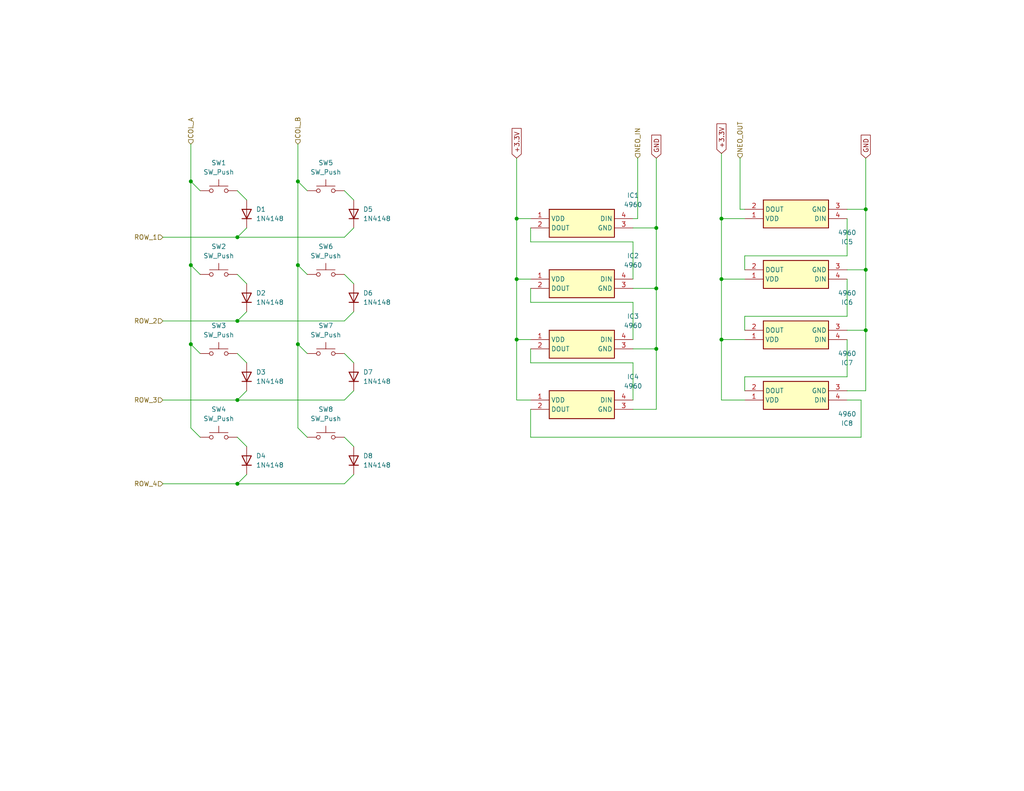
<source format=kicad_sch>
(kicad_sch (version 20250114) (generator "eeschema") (generator_version "9.0")
  (paper "A")
  (title_block (title "BUTTON MATRIX") (date "2026-02-15") (rev "-"))
  (lib_symbols
    (symbol "Diode:1N4148" (pin_numbers (hide yes)) (pin_names (hide yes))
      (property "Reference" "D" (at 0 2.54 0))
      (property "Value" "1N4148" (at 0 -2.54 0))
      (symbol "1N4148_0_1"
        (polyline (pts (xy -1.27 1.27) (xy -1.27 -1.27)) (stroke (width 0.254)))
        (polyline (pts (xy 1.27 1.27) (xy 1.27 -1.27) (xy -1.27 0) (xy 1.27 1.27)) (stroke (width 0.254)))
        (polyline (pts (xy 1.27 0) (xy -1.27 0)))
      )
      (symbol "1N4148_1_1"
        (pin passive line (at -3.81 0 0) (length 2.54) (name "K") (number "1"))
        (pin passive line (at 3.81 0 180) (length 2.54) (name "A") (number "2"))
      )
    )
    (symbol "Switch:SW_Push" (pin_numbers (hide yes)) (pin_names (offset 1.016) (hide yes))
      (property "Reference" "SW" (at 1.27 2.54 0))
      (property "Value" "SW_Push" (at 0 -1.524 0))
      (symbol "SW_Push_0_1"
        (circle (center -2.032 0) (radius 0.508))
        (polyline (pts (xy 0 1.27) (xy 0 3.048)))
        (circle (center 2.032 0) (radius 0.508))
        (polyline (pts (xy 2.54 1.27) (xy -2.54 1.27)))
        (pin passive line (at -5.08 0 0) (length 2.54) (name "1") (number "1"))
        (pin passive line (at 5.08 0 180) (length 2.54) (name "2") (number "2"))
      )
    )
    (symbol "Transmitter Symbol Library:4960"
      (property "Reference" "IC" (at -1.778 8.382 0))
      (property "Value" "4960" (at -1.778 5.842 0))
      (symbol "4960_1_1"
        (rectangle (start -8.89 3.81) (end 8.89 -3.81) (stroke (width 0.254)) (fill (type background)))
        (pin power_in line (at -13.97 1.27 0) (length 5.08) (name "VDD") (number "1"))
        (pin passive line (at -13.97 -1.27 0) (length 5.08) (name "DOUT") (number "2"))
        (pin passive line (at 13.97 1.27 180) (length 5.08) (name "DIN") (number "4"))
        (pin power_in line (at 13.97 -1.27 180) (length 5.08) (name "GND") (number "3"))
      )
    )
  )
  (junction (at 236.22 73.66))
  (junction (at 140.97 59.69))
  (junction (at 81.28 49.53))
  (junction (at 179.07 95.25))
  (junction (at 64.77 132.08))
  (junction (at 81.28 93.98))
  (junction (at 52.07 93.98))
  (junction (at 81.28 72.39))
  (junction (at 196.85 76.2))
  (junction (at 236.22 57.15))
  (junction (at 52.07 72.39))
  (junction (at 236.22 90.17))
  (junction (at 140.97 76.2))
  (junction (at 179.07 62.23))
  (junction (at 140.97 92.71))
  (junction (at 64.77 87.63))
  (junction (at 52.07 49.53))
  (junction (at 179.07 78.74))
  (junction (at 64.77 64.77))
  (junction (at 196.85 59.69))
  (junction (at 64.77 109.22))
  (junction (at 196.85 92.71))
  (wire (pts (xy 81.28 93.98) (xy 81.28 116.84)))
  (wire (pts (xy 203.2 73.66) (xy 203.2 69.85)))
  (wire (pts (xy 81.28 49.53) (xy 81.28 72.39)))
  (wire (pts (xy 144.78 99.06) (xy 172.72 99.06)))
  (wire (pts (xy 236.22 90.17) (xy 236.22 106.68)))
  (wire (pts (xy 67.31 62.23) (xy 64.77 64.77)))
  (wire (pts (xy 231.14 90.17) (xy 236.22 90.17)))
  (wire (pts (xy 52.07 116.84) (xy 54.61 119.38)))
  (wire (pts (xy 201.93 43.18) (xy 201.93 57.15)))
  (wire (pts (xy 172.72 95.25) (xy 179.07 95.25)))
  (wire (pts (xy 140.97 109.22) (xy 144.78 109.22)))
  (wire (pts (xy 172.72 66.04) (xy 172.72 76.2)))
  (wire (pts (xy 81.28 116.84) (xy 83.82 119.38)))
  (wire (pts (xy 96.52 129.54) (xy 93.98 132.08)))
  (wire (pts (xy 54.61 52.07) (xy 52.07 49.53)))
  (wire (pts (xy 144.78 111.76) (xy 144.78 119.38)))
  (wire (pts (xy 179.07 43.18) (xy 179.07 62.23)))
  (wire (pts (xy 44.45 132.08) (xy 64.77 132.08)))
  (wire (pts (xy 64.77 132.08) (xy 93.98 132.08)))
  (wire (pts (xy 172.72 99.06) (xy 172.72 109.22)))
  (wire (pts (xy 93.98 87.63) (xy 96.52 85.09)))
  (wire (pts (xy 172.72 59.69) (xy 173.99 59.69)))
  (wire (pts (xy 64.77 87.63) (xy 93.98 87.63)))
  (wire (pts (xy 64.77 119.38) (xy 67.31 121.92)))
  (wire (pts (xy 83.82 52.07) (xy 81.28 49.53)))
  (wire (pts (xy 203.2 102.87) (xy 231.14 102.87)))
  (wire (pts (xy 140.97 92.71) (xy 140.97 109.22)))
  (wire (pts (xy 81.28 39.37) (xy 81.28 49.53)))
  (wire (pts (xy 196.85 41.91) (xy 196.85 59.69)))
  (wire (pts (xy 93.98 96.52) (xy 96.52 99.06)))
  (wire (pts (xy 234.95 109.22) (xy 234.95 119.38)))
  (wire (pts (xy 140.97 76.2) (xy 140.97 92.71)))
  (wire (pts (xy 179.07 95.25) (xy 179.07 111.76)))
  (wire (pts (xy 54.61 74.93) (xy 52.07 72.39)))
  (wire (pts (xy 144.78 82.55) (xy 172.72 82.55)))
  (wire (pts (xy 83.82 96.52) (xy 81.28 93.98)))
  (wire (pts (xy 67.31 106.68) (xy 64.77 109.22)))
  (wire (pts (xy 64.77 109.22) (xy 93.98 109.22)))
  (wire (pts (xy 44.45 87.63) (xy 64.77 87.63)))
  (wire (pts (xy 203.2 86.36) (xy 231.14 86.36)))
  (wire (pts (xy 196.85 92.71) (xy 196.85 109.22)))
  (wire (pts (xy 196.85 59.69) (xy 196.85 76.2)))
  (wire (pts (xy 64.77 96.52) (xy 67.31 99.06)))
  (wire (pts (xy 231.14 106.68) (xy 236.22 106.68)))
  (wire (pts (xy 231.14 102.87) (xy 231.14 92.71)))
  (wire (pts (xy 172.72 78.74) (xy 179.07 78.74)))
  (wire (pts (xy 44.45 64.77) (xy 64.77 64.77)))
  (wire (pts (xy 64.77 74.93) (xy 67.31 77.47)))
  (wire (pts (xy 144.78 62.23) (xy 144.78 66.04)))
  (wire (pts (xy 93.98 64.77) (xy 96.52 62.23)))
  (wire (pts (xy 231.14 69.85) (xy 231.14 59.69)))
  (wire (pts (xy 231.14 73.66) (xy 236.22 73.66)))
  (wire (pts (xy 179.07 111.76) (xy 172.72 111.76)))
  (wire (pts (xy 196.85 92.71) (xy 203.2 92.71)))
  (wire (pts (xy 81.28 72.39) (xy 81.28 93.98)))
  (wire (pts (xy 179.07 62.23) (xy 179.07 78.74)))
  (wire (pts (xy 144.78 66.04) (xy 172.72 66.04)))
  (wire (pts (xy 203.2 106.68) (xy 203.2 102.87)))
  (wire (pts (xy 144.78 78.74) (xy 144.78 82.55)))
  (wire (pts (xy 93.98 52.07) (xy 96.52 54.61)))
  (wire (pts (xy 52.07 49.53) (xy 52.07 72.39)))
  (wire (pts (xy 140.97 59.69) (xy 140.97 76.2)))
  (wire (pts (xy 93.98 74.93) (xy 96.52 77.47)))
  (wire (pts (xy 54.61 96.52) (xy 52.07 93.98)))
  (wire (pts (xy 52.07 72.39) (xy 52.07 93.98)))
  (wire (pts (xy 144.78 95.25) (xy 144.78 99.06)))
  (wire (pts (xy 67.31 129.54) (xy 64.77 132.08)))
  (wire (pts (xy 64.77 52.07) (xy 67.31 54.61)))
  (wire (pts (xy 172.72 62.23) (xy 179.07 62.23)))
  (wire (pts (xy 140.97 92.71) (xy 144.78 92.71)))
  (wire (pts (xy 236.22 57.15) (xy 236.22 73.66)))
  (wire (pts (xy 44.45 109.22) (xy 64.77 109.22)))
  (wire (pts (xy 196.85 109.22) (xy 203.2 109.22)))
  (wire (pts (xy 196.85 59.69) (xy 203.2 59.69)))
  (wire (pts (xy 231.14 109.22) (xy 234.95 109.22)))
  (wire (pts (xy 140.97 76.2) (xy 144.78 76.2)))
  (wire (pts (xy 203.2 57.15) (xy 201.93 57.15)))
  (wire (pts (xy 83.82 74.93) (xy 81.28 72.39)))
  (wire (pts (xy 203.2 90.17) (xy 203.2 86.36)))
  (wire (pts (xy 231.14 86.36) (xy 231.14 76.2)))
  (wire (pts (xy 196.85 76.2) (xy 203.2 76.2)))
  (wire (pts (xy 52.07 93.98) (xy 52.07 116.84)))
  (wire (pts (xy 236.22 43.18) (xy 236.22 57.15)))
  (wire (pts (xy 203.2 69.85) (xy 231.14 69.85)))
  (wire (pts (xy 172.72 82.55) (xy 172.72 92.71)))
  (wire (pts (xy 93.98 109.22) (xy 96.52 106.68)))
  (wire (pts (xy 64.77 64.77) (xy 93.98 64.77)))
  (wire (pts (xy 231.14 57.15) (xy 236.22 57.15)))
  (wire (pts (xy 140.97 59.69) (xy 144.78 59.69)))
  (wire (pts (xy 140.97 43.18) (xy 140.97 59.69)))
  (wire (pts (xy 196.85 76.2) (xy 196.85 92.71)))
  (wire (pts (xy 93.98 119.38) (xy 96.52 121.92)))
  (wire (pts (xy 144.78 119.38) (xy 234.95 119.38)))
  (wire (pts (xy 52.07 39.37) (xy 52.07 49.53)))
  (wire (pts (xy 236.22 73.66) (xy 236.22 90.17)))
  (wire (pts (xy 179.07 78.74) (xy 179.07 95.25)))
  (wire (pts (xy 67.31 85.09) (xy 64.77 87.63)))
  (wire (pts (xy 173.99 43.18) (xy 173.99 59.69)))
  (global_label "GND" (shape input) (at 179.07 43.18 90) (property "Intersheetrefs" "${INTERSHEET_REFS}" (effects (hide yes))))
  (global_label "+3.3V" (shape input) (at 196.85 41.91 90) (property "Intersheetrefs" "${INTERSHEET_REFS}" (effects (hide yes))))
  (global_label "+3.3V" (shape input) (at 140.97 43.18 90) (property "Intersheetrefs" "${INTERSHEET_REFS}" (effects (hide yes))))
  (global_label "GND" (shape input) (at 236.22 43.18 90) (property "Intersheetrefs" "${INTERSHEET_REFS}" (effects (hide yes))))
  (hierarchical_label "NEO_IN" (shape input) (at 173.99 43.18 90))
  (hierarchical_label "ROW_4" (shape input) (at 44.45 132.08 180))
  (hierarchical_label "NEO_OUT" (shape input) (at 201.93 43.18 90))
  (hierarchical_label "ROW_2" (shape input) (at 44.45 87.63 180))
  (hierarchical_label "COL_B" (shape input) (at 81.28 39.37 90))
  (hierarchical_label "ROW_3" (shape input) (at 44.45 109.22 180))
  (hierarchical_label "ROW_1" (shape input) (at 44.45 64.77 180))
  (hierarchical_label "COL_A" (shape input) (at 52.07 39.37 90))
  (symbol (lib_id "Diode:1N4148") (at 67.31 81.28 90) (unit 1)
    (property "Reference" "D2" (at 69.85 80.0099 90) (effects (justify right)))
    (property "Value" "1N4148" (at 69.85 82.5499 90) (effects (justify right)))
    (property "Footprint" "Diode_SMD:D_SOD-123" (effects (hide yes)))
    (property "Datasheet" "https://assets.nexperia.com/documents/data-sheet/1N4148_1N4448.pdf" (effects (hide yes)))
    (property "Description" "100V 0.15A standard switching diode, DO-35" (effects (hide yes)))
    (property "Sim.Device" "D" (effects (hide yes)))
    (property "Sim.Pins" "1=K 2=A" (effects (hide yes)))
  )
  (symbol (lib_id "Transmitter Symbol Library:4960") (at 158.75 110.49 0) (unit 1)
    (property "Reference" "IC4" (at 172.72 102.87 0))
    (property "Value" "4960" (at 172.72 105.41 0))
    (property "Footprint" "Transmitter Library:4960_ADA" (effects (hide yes)))
    (property "Datasheet" "https://cdn-shop.adafruit.com/product-files/4960/4960_SK6812MINI-E_REV02_EN.pdf" (effects (hide yes)))
    (property "Description" "Adafruit Accessories NeoPixel Reverse Mount RGB LEDs - 10 Pack of SK6812-E" (effects (hide yes)))
    (property "Height" "1.88" (effects (hide yes)))
    (property "Mouser Part Number" "485-4960" (effects (hide yes)))
    (property "Mouser Price/Stock" "https://www.mouser.co.uk/ProductDetail/Adafruit/4960?qs=pBJMDPsKWf1Q%252BqeEoLnQjA%3D%3D" (effects (hide yes)))
    (property "Manufacturer_Name" "Adafruit" (effects (hide yes)))
    (property "Manufacturer_Part_Number" "4960" (effects (hide yes)))
  )
  (symbol (lib_id "Diode:1N4148") (at 96.52 102.87 90) (unit 1)
    (property "Reference" "D7" (at 99.06 101.5999 90) (effects (justify right)))
    (property "Value" "1N4148" (at 99.06 104.1399 90) (effects (justify right)))
    (property "Footprint" "Diode_SMD:D_SOD-123" (effects (hide yes)))
    (property "Datasheet" "https://assets.nexperia.com/documents/data-sheet/1N4148_1N4448.pdf" (effects (hide yes)))
    (property "Description" "100V 0.15A standard switching diode, DO-35" (effects (hide yes)))
    (property "Sim.Device" "D" (effects (hide yes)))
    (property "Sim.Pins" "1=K 2=A" (effects (hide yes)))
  )
  (symbol (lib_id "Transmitter Symbol Library:4960") (at 158.75 77.47 0) (unit 1)
    (property "Reference" "IC2" (at 172.72 69.85 0))
    (property "Value" "4960" (at 172.72 72.39 0))
    (property "Footprint" "Transmitter Library:4960_ADA" (effects (hide yes)))
    (property "Datasheet" "https://cdn-shop.adafruit.com/product-files/4960/4960_SK6812MINI-E_REV02_EN.pdf" (effects (hide yes)))
    (property "Description" "Adafruit Accessories NeoPixel Reverse Mount RGB LEDs - 10 Pack of SK6812-E" (effects (hide yes)))
    (property "Height" "1.88" (effects (hide yes)))
    (property "Mouser Part Number" "485-4960" (effects (hide yes)))
    (property "Mouser Price/Stock" "https://www.mouser.co.uk/ProductDetail/Adafruit/4960?qs=pBJMDPsKWf1Q%252BqeEoLnQjA%3D%3D" (effects (hide yes)))
    (property "Manufacturer_Name" "Adafruit" (effects (hide yes)))
    (property "Manufacturer_Part_Number" "4960" (effects (hide yes)))
  )
  (symbol (lib_id "Transmitter Symbol Library:4960") (at 217.17 107.95 0) (mirror x) (unit 1)
    (property "Reference" "IC8" (at 231.14 115.57 0))
    (property "Value" "4960" (at 231.14 113.03 0))
    (property "Footprint" "Transmitter Library:4960_ADA" (effects (hide yes)))
    (property "Datasheet" "https://cdn-shop.adafruit.com/product-files/4960/4960_SK6812MINI-E_REV02_EN.pdf" (effects (hide yes)))
    (property "Description" "Adafruit Accessories NeoPixel Reverse Mount RGB LEDs - 10 Pack of SK6812-E" (effects (hide yes)))
    (property "Height" "1.88" (effects (hide yes)))
    (property "Mouser Part Number" "485-4960" (effects (hide yes)))
    (property "Mouser Price/Stock" "https://www.mouser.co.uk/ProductDetail/Adafruit/4960?qs=pBJMDPsKWf1Q%252BqeEoLnQjA%3D%3D" (effects (hide yes)))
    (property "Manufacturer_Name" "Adafruit" (effects (hide yes)))
    (property "Manufacturer_Part_Number" "4960" (effects (hide yes)))
  )
  (symbol (lib_id "Switch:SW_Push") (at 88.9 119.38 0) (unit 1)
    (property "Reference" "SW8" (at 88.9 111.76 0))
    (property "Value" "SW_Push" (at 88.9 114.3 0))
    (property "Footprint" "PCM_Switch_Keyboard_Kailh:SW_Kailh_Choc_V1" (effects (hide yes)))
    (property "Description" "Push button switch, generic, two pins" (effects (hide yes)))
  )
  (symbol (lib_id "Switch:SW_Push") (at 59.69 119.38 0) (unit 1)
    (property "Reference" "SW4" (at 59.69 111.76 0))
    (property "Value" "SW_Push" (at 59.69 114.3 0))
    (property "Footprint" "PCM_Switch_Keyboard_Kailh:SW_Kailh_Choc_V1" (effects (hide yes)))
    (property "Description" "Push button switch, generic, two pins" (effects (hide yes)))
  )
  (symbol (lib_id "Transmitter Symbol Library:4960") (at 217.17 74.93 0) (mirror x) (unit 1)
    (property "Reference" "IC6" (at 231.14 82.55 0))
    (property "Value" "4960" (at 231.14 80.01 0))
    (property "Footprint" "Transmitter Library:4960_ADA" (effects (hide yes)))
    (property "Datasheet" "https://cdn-shop.adafruit.com/product-files/4960/4960_SK6812MINI-E_REV02_EN.pdf" (effects (hide yes)))
    (property "Description" "Adafruit Accessories NeoPixel Reverse Mount RGB LEDs - 10 Pack of SK6812-E" (effects (hide yes)))
    (property "Height" "1.88" (effects (hide yes)))
    (property "Mouser Part Number" "485-4960" (effects (hide yes)))
    (property "Mouser Price/Stock" "https://www.mouser.co.uk/ProductDetail/Adafruit/4960?qs=pBJMDPsKWf1Q%252BqeEoLnQjA%3D%3D" (effects (hide yes)))
    (property "Manufacturer_Name" "Adafruit" (effects (hide yes)))
    (property "Manufacturer_Part_Number" "4960" (effects (hide yes)))
  )
  (symbol (lib_id "Switch:SW_Push") (at 88.9 96.52 0) (unit 1)
    (property "Reference" "SW7" (at 88.9 88.9 0))
    (property "Value" "SW_Push" (at 88.9 91.44 0))
    (property "Footprint" "PCM_Switch_Keyboard_Kailh:SW_Kailh_Choc_V1" (effects (hide yes)))
    (property "Description" "Push button switch, generic, two pins" (effects (hide yes)))
  )
  (symbol (lib_id "Transmitter Symbol Library:4960") (at 217.17 58.42 0) (mirror x) (unit 1)
    (property "Reference" "IC5" (at 231.14 66.04 0))
    (property "Value" "4960" (at 231.14 63.5 0))
    (property "Footprint" "Transmitter Library:4960_ADA" (effects (hide yes)))
    (property "Datasheet" "https://cdn-shop.adafruit.com/product-files/4960/4960_SK6812MINI-E_REV02_EN.pdf" (effects (hide yes)))
    (property "Description" "Adafruit Accessories NeoPixel Reverse Mount RGB LEDs - 10 Pack of SK6812-E" (effects (hide yes)))
    (property "Height" "1.88" (effects (hide yes)))
    (property "Mouser Part Number" "485-4960" (effects (hide yes)))
    (property "Mouser Price/Stock" "https://www.mouser.co.uk/ProductDetail/Adafruit/4960?qs=pBJMDPsKWf1Q%252BqeEoLnQjA%3D%3D" (effects (hide yes)))
    (property "Manufacturer_Name" "Adafruit" (effects (hide yes)))
    (property "Manufacturer_Part_Number" "4960" (effects (hide yes)))
  )
  (symbol (lib_id "Switch:SW_Push") (at 88.9 52.07 0) (unit 1)
    (property "Reference" "SW5" (at 88.9 44.45 0))
    (property "Value" "SW_Push" (at 88.9 46.99 0))
    (property "Footprint" "PCM_Switch_Keyboard_Kailh:SW_Kailh_Choc_V1" (effects (hide yes)))
    (property "Description" "Push button switch, generic, two pins" (effects (hide yes)))
  )
  (symbol (lib_id "Transmitter Symbol Library:4960") (at 158.75 93.98 0) (unit 1)
    (property "Reference" "IC3" (at 172.72 86.36 0))
    (property "Value" "4960" (at 172.72 88.9 0))
    (property "Footprint" "Transmitter Library:4960_ADA" (effects (hide yes)))
    (property "Datasheet" "https://cdn-shop.adafruit.com/product-files/4960/4960_SK6812MINI-E_REV02_EN.pdf" (effects (hide yes)))
    (property "Description" "Adafruit Accessories NeoPixel Reverse Mount RGB LEDs - 10 Pack of SK6812-E" (effects (hide yes)))
    (property "Height" "1.88" (effects (hide yes)))
    (property "Mouser Part Number" "485-4960" (effects (hide yes)))
    (property "Mouser Price/Stock" "https://www.mouser.co.uk/ProductDetail/Adafruit/4960?qs=pBJMDPsKWf1Q%252BqeEoLnQjA%3D%3D" (effects (hide yes)))
    (property "Manufacturer_Name" "Adafruit" (effects (hide yes)))
    (property "Manufacturer_Part_Number" "4960" (effects (hide yes)))
  )
  (symbol (lib_id "Diode:1N4148") (at 67.31 58.42 90) (unit 1)
    (property "Reference" "D1" (at 69.85 57.1499 90) (effects (justify right)))
    (property "Value" "1N4148" (at 69.85 59.6899 90) (effects (justify right)))
    (property "Footprint" "Diode_SMD:D_SOD-123" (effects (hide yes)))
    (property "Datasheet" "https://assets.nexperia.com/documents/data-sheet/1N4148_1N4448.pdf" (effects (hide yes)))
    (property "Description" "100V 0.15A standard switching diode, DO-35" (effects (hide yes)))
    (property "Sim.Device" "D" (effects (hide yes)))
    (property "Sim.Pins" "1=K 2=A" (effects (hide yes)))
  )
  (symbol (lib_id "Diode:1N4148") (at 96.52 125.73 90) (unit 1)
    (property "Reference" "D8" (at 99.06 124.4599 90) (effects (justify right)))
    (property "Value" "1N4148" (at 99.06 126.9999 90) (effects (justify right)))
    (property "Footprint" "Diode_SMD:D_SOD-123" (effects (hide yes)))
    (property "Datasheet" "https://assets.nexperia.com/documents/data-sheet/1N4148_1N4448.pdf" (effects (hide yes)))
    (property "Description" "100V 0.15A standard switching diode, DO-35" (effects (hide yes)))
    (property "Sim.Device" "D" (effects (hide yes)))
    (property "Sim.Pins" "1=K 2=A" (effects (hide yes)))
  )
  (symbol (lib_id "Transmitter Symbol Library:4960") (at 158.75 60.96 0) (unit 1)
    (property "Reference" "IC1" (at 172.72 53.34 0))
    (property "Value" "4960" (at 172.72 55.88 0))
    (property "Footprint" "Transmitter Library:4960_ADA" (effects (hide yes)))
    (property "Datasheet" "https://cdn-shop.adafruit.com/product-files/4960/4960_SK6812MINI-E_REV02_EN.pdf" (effects (hide yes)))
    (property "Description" "Adafruit Accessories NeoPixel Reverse Mount RGB LEDs - 10 Pack of SK6812-E" (effects (hide yes)))
    (property "Height" "1.88" (effects (hide yes)))
    (property "Mouser Part Number" "485-4960" (effects (hide yes)))
    (property "Mouser Price/Stock" "https://www.mouser.co.uk/ProductDetail/Adafruit/4960?qs=pBJMDPsKWf1Q%252BqeEoLnQjA%3D%3D" (effects (hide yes)))
    (property "Manufacturer_Name" "Adafruit" (effects (hide yes)))
    (property "Manufacturer_Part_Number" "4960" (effects (hide yes)))
  )
  (symbol (lib_id "Switch:SW_Push") (at 88.9 74.93 0) (unit 1)
    (property "Reference" "SW6" (at 88.9 67.31 0))
    (property "Value" "SW_Push" (at 88.9 69.85 0))
    (property "Footprint" "PCM_Switch_Keyboard_Kailh:SW_Kailh_Choc_V1" (effects (hide yes)))
    (property "Description" "Push button switch, generic, two pins" (effects (hide yes)))
  )
  (symbol (lib_id "Switch:SW_Push") (at 59.69 74.93 0) (unit 1)
    (property "Reference" "SW2" (at 59.69 67.31 0))
    (property "Value" "SW_Push" (at 59.69 69.85 0))
    (property "Footprint" "PCM_Switch_Keyboard_Kailh:SW_Kailh_Choc_V1" (effects (hide yes)))
    (property "Description" "Push button switch, generic, two pins" (effects (hide yes)))
  )
  (symbol (lib_id "Diode:1N4148") (at 96.52 81.28 90) (unit 1)
    (property "Reference" "D6" (at 99.06 80.0099 90) (effects (justify right)))
    (property "Value" "1N4148" (at 99.06 82.5499 90) (effects (justify right)))
    (property "Footprint" "Diode_SMD:D_SOD-123" (effects (hide yes)))
    (property "Datasheet" "https://assets.nexperia.com/documents/data-sheet/1N4148_1N4448.pdf" (effects (hide yes)))
    (property "Description" "100V 0.15A standard switching diode, DO-35" (effects (hide yes)))
    (property "Sim.Device" "D" (effects (hide yes)))
    (property "Sim.Pins" "1=K 2=A" (effects (hide yes)))
  )
  (symbol (lib_id "Diode:1N4148") (at 67.31 125.73 90) (unit 1)
    (property "Reference" "D4" (at 69.85 124.4599 90) (effects (justify right)))
    (property "Value" "1N4148" (at 69.85 126.9999 90) (effects (justify right)))
    (property "Footprint" "Diode_SMD:D_SOD-123" (effects (hide yes)))
    (property "Datasheet" "https://assets.nexperia.com/documents/data-sheet/1N4148_1N4448.pdf" (effects (hide yes)))
    (property "Description" "100V 0.15A standard switching diode, DO-35" (effects (hide yes)))
    (property "Sim.Device" "D" (effects (hide yes)))
    (property "Sim.Pins" "1=K 2=A" (effects (hide yes)))
  )
  (symbol (lib_id "Switch:SW_Push") (at 59.69 52.07 0) (unit 1)
    (property "Reference" "SW1" (at 59.69 44.45 0))
    (property "Value" "SW_Push" (at 59.69 46.99 0))
    (property "Footprint" "PCM_Switch_Keyboard_Kailh:SW_Kailh_Choc_V1" (effects (hide yes)))
    (property "Description" "Push button switch, generic, two pins" (effects (hide yes)))
  )
  (symbol (lib_id "Switch:SW_Push") (at 59.69 96.52 0) (unit 1)
    (property "Reference" "SW3" (at 59.69 88.9 0))
    (property "Value" "SW_Push" (at 59.69 91.44 0))
    (property "Footprint" "PCM_Switch_Keyboard_Kailh:SW_Kailh_Choc_V1" (effects (hide yes)))
    (property "Description" "Push button switch, generic, two pins" (effects (hide yes)))
  )
  (symbol (lib_id "Diode:1N4148") (at 67.31 102.87 90) (unit 1)
    (property "Reference" "D3" (at 69.85 101.5999 90) (effects (justify right)))
    (property "Value" "1N4148" (at 69.85 104.1399 90) (effects (justify right)))
    (property "Footprint" "Diode_SMD:D_SOD-123" (effects (hide yes)))
    (property "Datasheet" "https://assets.nexperia.com/documents/data-sheet/1N4148_1N4448.pdf" (effects (hide yes)))
    (property "Description" "100V 0.15A standard switching diode, DO-35" (effects (hide yes)))
    (property "Sim.Device" "D" (effects (hide yes)))
    (property "Sim.Pins" "1=K 2=A" (effects (hide yes)))
  )
  (symbol (lib_id "Transmitter Symbol Library:4960") (at 217.17 91.44 0) (mirror x) (unit 1)
    (property "Reference" "IC7" (at 231.14 99.06 0))
    (property "Value" "4960" (at 231.14 96.52 0))
    (property "Footprint" "Transmitter Library:4960_ADA" (effects (hide yes)))
    (property "Datasheet" "https://cdn-shop.adafruit.com/product-files/4960/4960_SK6812MINI-E_REV02_EN.pdf" (effects (hide yes)))
    (property "Description" "Adafruit Accessories NeoPixel Reverse Mount RGB LEDs - 10 Pack of SK6812-E" (effects (hide yes)))
    (property "Height" "1.88" (effects (hide yes)))
    (property "Mouser Part Number" "485-4960" (effects (hide yes)))
    (property "Mouser Price/Stock" "https://www.mouser.co.uk/ProductDetail/Adafruit/4960?qs=pBJMDPsKWf1Q%252BqeEoLnQjA%3D%3D" (effects (hide yes)))
    (property "Manufacturer_Name" "Adafruit" (effects (hide yes)))
    (property "Manufacturer_Part_Number" "4960" (effects (hide yes)))
  )
  (symbol (lib_id "Diode:1N4148") (at 96.52 58.42 90) (unit 1)
    (property "Reference" "D5" (at 99.06 57.1499 90) (effects (justify right)))
    (property "Value" "1N4148" (at 99.06 59.6899 90) (effects (justify right)))
    (property "Footprint" "Diode_SMD:D_SOD-123" (effects (hide yes)))
    (property "Datasheet" "https://assets.nexperia.com/documents/data-sheet/1N4148_1N4448.pdf" (effects (hide yes)))
    (property "Description" "100V 0.15A standard switching diode, DO-35" (effects (hide yes)))
    (property "Sim.Device" "D" (effects (hide yes)))
    (property "Sim.Pins" "1=K 2=A" (effects (hide yes)))
  )
)
</source>
